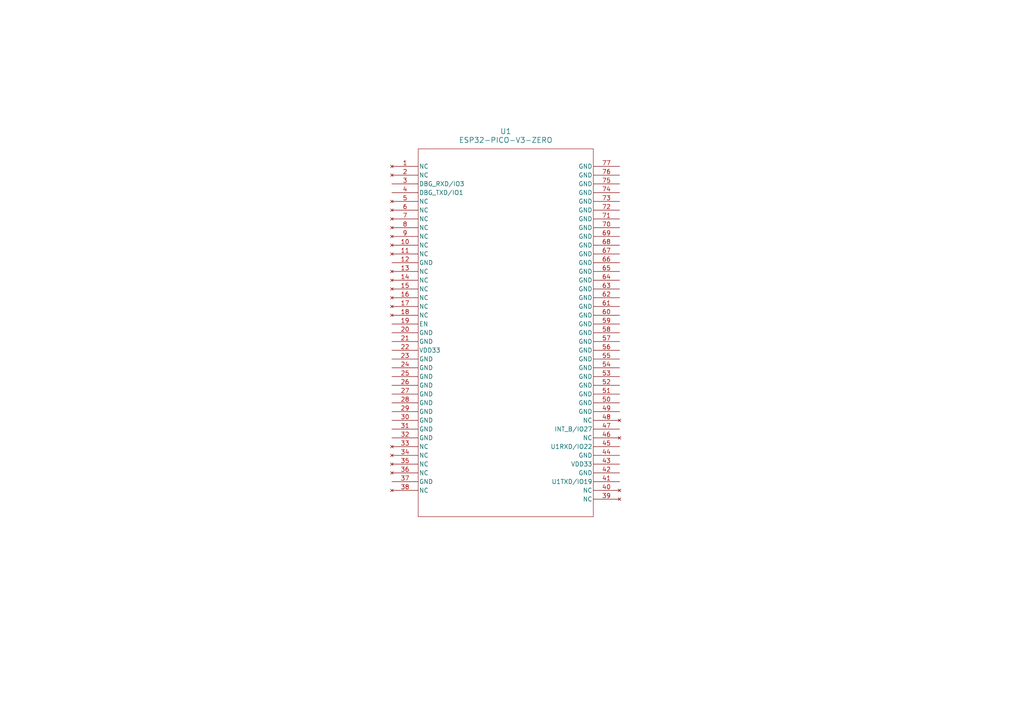
<source format=kicad_sch>
(kicad_sch (version 20250114) (generator "eeschema") (generator_version "9.0")
  (paper "A4")
  (lib_symbols
    (symbol "ESP32:ESP32-PICO-V3-ZERO" (pin_names (offset 0.254))
      (property "Reference" "U" (at 33.02 10.16 0))
      (property "Value" "ESP32-PICO-V3-ZERO" (at 33.02 7.62 0))
      (symbol "ESP32-PICO-V3-ZERO_0_1"
        (polyline (pts (xy 7.62 5.08) (xy 7.62 -101.6)) (stroke (width 0.127)))
        (polyline (pts (xy 7.62 -101.6) (xy 58.42 -101.6)) (stroke (width 0.127)))
        (polyline (pts (xy 58.42 5.08) (xy 7.62 5.08)) (stroke (width 0.127)))
        (polyline (pts (xy 58.42 -101.6) (xy 58.42 5.08)) (stroke (width 0.127)))
        (pin no_connect line (at 0 0 0) (length 7.62) (name "NC") (number "1"))
        (pin no_connect line (at 0 -2.54 0) (length 7.62) (name "NC") (number "2"))
        (pin input line (at 0 -5.08 0) (length 7.62) (name "DBG_RXD/IO3") (number "3"))
        (pin output line (at 0 -7.62 0) (length 7.62) (name "DBG_TXD/IO1") (number "4"))
        (pin no_connect line (at 0 -10.16 0) (length 7.62) (name "NC") (number "5"))
        (pin no_connect line (at 0 -12.7 0) (length 7.62) (name "NC") (number "6"))
        (pin no_connect line (at 0 -15.24 0) (length 7.62) (name "NC") (number "7"))
        (pin no_connect line (at 0 -17.78 0) (length 7.62) (name "NC") (number "8"))
        (pin no_connect line (at 0 -20.32 0) (length 7.62) (name "NC") (number "9"))
        (pin no_connect line (at 0 -22.86 0) (length 7.62) (name "NC") (number "10"))
        (pin no_connect line (at 0 -25.4 0) (length 7.62) (name "NC") (number "11"))
        (pin power_out line (at 0 -27.94 0) (length 7.62) (name "GND") (number "12"))
        (pin no_connect line (at 0 -30.48 0) (length 7.62) (name "NC") (number "13"))
        (pin no_connect line (at 0 -33.02 0) (length 7.62) (name "NC") (number "14"))
        (pin no_connect line (at 0 -35.56 0) (length 7.62) (name "NC") (number "15"))
        (pin no_connect line (at 0 -38.1 0) (length 7.62) (name "NC") (number "16"))
        (pin no_connect line (at 0 -40.64 0) (length 7.62) (name "NC") (number "17"))
        (pin no_connect line (at 0 -43.18 0) (length 7.62) (name "NC") (number "18"))
        (pin input line (at 0 -45.72 0) (length 7.62) (name "EN") (number "19"))
        (pin power_out line (at 0 -48.26 0) (length 7.62) (name "GND") (number "20"))
        (pin power_out line (at 0 -50.8 0) (length 7.62) (name "GND") (number "21"))
        (pin power_in line (at 0 -53.34 0) (length 7.62) (name "VDD33") (number "22"))
        (pin power_out line (at 0 -55.88 0) (length 7.62) (name "GND") (number "23"))
        (pin power_out line (at 0 -58.42 0) (length 7.62) (name "GND") (number "24"))
        (pin power_out line (at 0 -60.96 0) (length 7.62) (name "GND") (number "25"))
        (pin power_out line (at 0 -63.5 0) (length 7.62) (name "GND") (number "26"))
        (pin power_out line (at 0 -66.04 0) (length 7.62) (name "GND") (number "27"))
        (pin power_out line (at 0 -68.58 0) (length 7.62) (name "GND") (number "28"))
        (pin power_out line (at 0 -71.12 0) (length 7.62) (name "GND") (number "29"))
        (pin power_out line (at 0 -73.66 0) (length 7.62) (name "GND") (number "30"))
        (pin power_out line (at 0 -76.2 0) (length 7.62) (name "GND") (number "31"))
        (pin power_out line (at 0 -78.74 0) (length 7.62) (name "GND") (number "32"))
        (pin no_connect line (at 0 -81.28 0) (length 7.62) (name "NC") (number "33"))
        (pin no_connect line (at 0 -83.82 0) (length 7.62) (name "NC") (number "34"))
        (pin no_connect line (at 0 -86.36 0) (length 7.62) (name "NC") (number "35"))
        (pin no_connect line (at 0 -88.9 0) (length 7.62) (name "NC") (number "36"))
        (pin power_out line (at 0 -91.44 0) (length 7.62) (name "GND") (number "37"))
        (pin no_connect line (at 0 -93.98 0) (length 7.62) (name "NC") (number "38"))
        (pin power_out line (at 66.04 0 180) (length 7.62) (name "GND") (number "77"))
        (pin power_out line (at 66.04 -2.54 180) (length 7.62) (name "GND") (number "76"))
        (pin power_out line (at 66.04 -5.08 180) (length 7.62) (name "GND") (number "75"))
        (pin power_out line (at 66.04 -7.62 180) (length 7.62) (name "GND") (number "74"))
        (pin power_out line (at 66.04 -10.16 180) (length 7.62) (name "GND") (number "73"))
        (pin power_out line (at 66.04 -12.7 180) (length 7.62) (name "GND") (number "72"))
        (pin power_out line (at 66.04 -15.24 180) (length 7.62) (name "GND") (number "71"))
        (pin power_out line (at 66.04 -17.78 180) (length 7.62) (name "GND") (number "70"))
        (pin power_out line (at 66.04 -20.32 180) (length 7.62) (name "GND") (number "69"))
        (pin power_out line (at 66.04 -22.86 180) (length 7.62) (name "GND") (number "68"))
        (pin power_out line (at 66.04 -25.4 180) (length 7.62) (name "GND") (number "67"))
        (pin power_out line (at 66.04 -27.94 180) (length 7.62) (name "GND") (number "66"))
        (pin power_out line (at 66.04 -30.48 180) (length 7.62) (name "GND") (number "65"))
        (pin power_out line (at 66.04 -33.02 180) (length 7.62) (name "GND") (number "64"))
        (pin power_out line (at 66.04 -35.56 180) (length 7.62) (name "GND") (number "63"))
        (pin power_out line (at 66.04 -38.1 180) (length 7.62) (name "GND") (number "62"))
        (pin power_out line (at 66.04 -40.64 180) (length 7.62) (name "GND") (number "61"))
        (pin power_out line (at 66.04 -43.18 180) (length 7.62) (name "GND") (number "60"))
        (pin power_out line (at 66.04 -45.72 180) (length 7.62) (name "GND") (number "59"))
        (pin power_out line (at 66.04 -48.26 180) (length 7.62) (name "GND") (number "58"))
        (pin power_out line (at 66.04 -50.8 180) (length 7.62) (name "GND") (number "57"))
        (pin power_out line (at 66.04 -53.34 180) (length 7.62) (name "GND") (number "56"))
        (pin power_out line (at 66.04 -55.88 180) (length 7.62) (name "GND") (number "55"))
        (pin power_out line (at 66.04 -58.42 180) (length 7.62) (name "GND") (number "54"))
        (pin power_out line (at 66.04 -60.96 180) (length 7.62) (name "GND") (number "53"))
        (pin power_out line (at 66.04 -63.5 180) (length 7.62) (name "GND") (number "52"))
        (pin power_out line (at 66.04 -66.04 180) (length 7.62) (name "GND") (number "51"))
        (pin power_out line (at 66.04 -68.58 180) (length 7.62) (name "GND") (number "50"))
        (pin power_out line (at 66.04 -71.12 180) (length 7.62) (name "GND") (number "49"))
        (pin no_connect line (at 66.04 -73.66 180) (length 7.62) (name "NC") (number "48"))
        (pin output line (at 66.04 -76.2 180) (length 7.62) (name "INT_B/IO27") (number "47"))
        (pin no_connect line (at 66.04 -78.74 180) (length 7.62) (name "NC") (number "46"))
        (pin input line (at 66.04 -81.28 180) (length 7.62) (name "U1RXD/IO22") (number "45"))
        (pin power_out line (at 66.04 -83.82 180) (length 7.62) (name "GND") (number "44"))
        (pin power_in line (at 66.04 -86.36 180) (length 7.62) (name "VDD33") (number "43"))
        (pin power_out line (at 66.04 -88.9 180) (length 7.62) (name "GND") (number "42"))
        (pin output line (at 66.04 -91.44 180) (length 7.62) (name "U1TXD/IO19") (number "41"))
        (pin no_connect line (at 66.04 -93.98 180) (length 7.62) (name "NC") (number "40"))
        (pin no_connect line (at 66.04 -96.52 180) (length 7.62) (name "NC") (number "39"))
      )
    )
  )
  (symbol (lib_id "ESP32:ESP32-PICO-V3-ZERO") (at 113.665 48.26 0) (unit 1)
    (property "Reference" "U1" (at 146.685 38.1 0) (effects (font (size 1.524 1.524))))
    (property "Value" "ESP32-PICO-V3-ZERO" (at 146.685 40.64 0) (effects (font (size 1.524 1.524))))
    (property "Footprint" "ESP32:ESP32-PICO-V3-ZERO_EXP" (effects (hide yes)))
    (property "Datasheet" "ESP32-PICO-V3-ZERO" (effects (hide yes)))
  )
)
</source>
